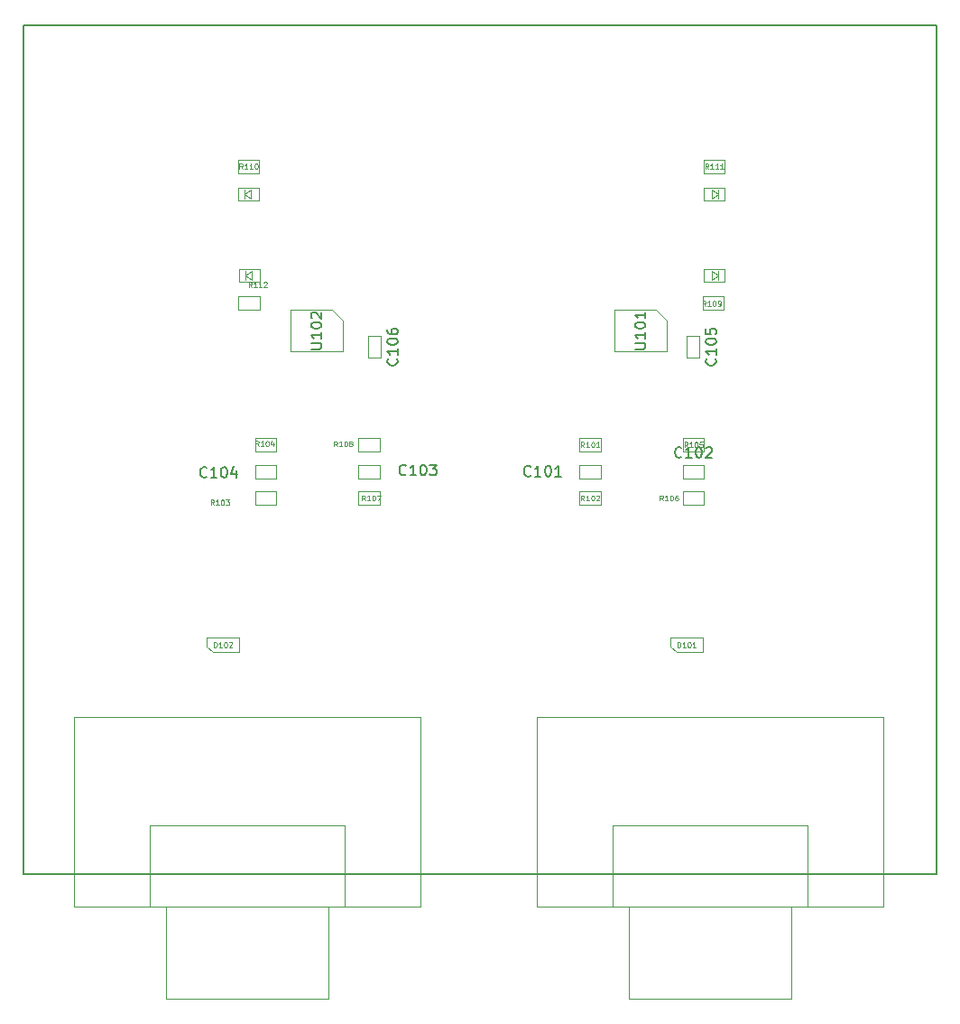
<source format=gbr>
G04 #@! TF.FileFunction,Other,Fab,Top*
%FSLAX46Y46*%
G04 Gerber Fmt 4.6, Leading zero omitted, Abs format (unit mm)*
G04 Created by KiCad (PCBNEW 4.0.7-e2-6376~58~ubuntu16.04.1) date Thu Oct 11 01:20:23 2018*
%MOMM*%
%LPD*%
G01*
G04 APERTURE LIST*
%ADD10C,0.100000*%
%ADD11C,0.150000*%
%ADD12C,0.075000*%
G04 APERTURE END LIST*
D10*
D11*
X151500000Y-133950000D02*
X65800000Y-133950000D01*
X65800000Y-133950000D02*
X65800000Y-54395000D01*
X151500000Y-54395000D02*
X151500000Y-133950000D01*
X65800000Y-54395000D02*
X151500000Y-54395000D01*
D10*
X87950000Y-79830000D02*
X87950000Y-81070000D01*
X85950000Y-79830000D02*
X87950000Y-79830000D01*
X85950000Y-81070000D02*
X85950000Y-79830000D01*
X87950000Y-81070000D02*
X85950000Y-81070000D01*
X129600000Y-68270000D02*
X129600000Y-67030000D01*
X131600000Y-68270000D02*
X129600000Y-68270000D01*
X131600000Y-67030000D02*
X131600000Y-68270000D01*
X129600000Y-67030000D02*
X131600000Y-67030000D01*
X86600000Y-77450000D02*
X86600000Y-78250000D01*
X86600000Y-77850000D02*
X87200000Y-77450000D01*
X87200000Y-78250000D02*
X86600000Y-77850000D01*
X87200000Y-77450000D02*
X87200000Y-78250000D01*
X86000000Y-78470000D02*
X86000000Y-77230000D01*
X88000000Y-78470000D02*
X86000000Y-78470000D01*
X88000000Y-77230000D02*
X88000000Y-78470000D01*
X86000000Y-77230000D02*
X88000000Y-77230000D01*
X131000000Y-70650000D02*
X131000000Y-69850000D01*
X131000000Y-70250000D02*
X130400000Y-70650000D01*
X130400000Y-69850000D02*
X131000000Y-70250000D01*
X130400000Y-70650000D02*
X130400000Y-69850000D01*
X131600000Y-69630000D02*
X131600000Y-70870000D01*
X129600000Y-69630000D02*
X131600000Y-69630000D01*
X129600000Y-70870000D02*
X129600000Y-69630000D01*
X131600000Y-70870000D02*
X129600000Y-70870000D01*
X117950000Y-96870000D02*
X117950000Y-95630000D01*
X119950000Y-96870000D02*
X117950000Y-96870000D01*
X119950000Y-95630000D02*
X119950000Y-96870000D01*
X117950000Y-95630000D02*
X119950000Y-95630000D01*
X127650000Y-96870000D02*
X127650000Y-95630000D01*
X129650000Y-96870000D02*
X127650000Y-96870000D01*
X129650000Y-95630000D02*
X129650000Y-96870000D01*
X127650000Y-95630000D02*
X129650000Y-95630000D01*
X99200000Y-95630000D02*
X99200000Y-96870000D01*
X97200000Y-95630000D02*
X99200000Y-95630000D01*
X97200000Y-96870000D02*
X97200000Y-95630000D01*
X99200000Y-96870000D02*
X97200000Y-96870000D01*
X89500000Y-95630000D02*
X89500000Y-96870000D01*
X87500000Y-95630000D02*
X89500000Y-95630000D01*
X87500000Y-96870000D02*
X87500000Y-95630000D01*
X89500000Y-96870000D02*
X87500000Y-96870000D01*
X127980000Y-83550000D02*
X129220000Y-83550000D01*
X127980000Y-85550000D02*
X127980000Y-83550000D01*
X129220000Y-85550000D02*
X127980000Y-85550000D01*
X129220000Y-83550000D02*
X129220000Y-85550000D01*
X98080000Y-83550000D02*
X99320000Y-83550000D01*
X98080000Y-85550000D02*
X98080000Y-83550000D01*
X99320000Y-85550000D02*
X98080000Y-85550000D01*
X99320000Y-83550000D02*
X99320000Y-85550000D01*
X146470000Y-119290000D02*
X113960000Y-119290000D01*
X113960000Y-119290000D02*
X113960000Y-137070000D01*
X113960000Y-137070000D02*
X146470000Y-137070000D01*
X146470000Y-137070000D02*
X146470000Y-119290000D01*
X139360000Y-137070000D02*
X139360000Y-129450000D01*
X139360000Y-129450000D02*
X121070000Y-129450000D01*
X121070000Y-129450000D02*
X121070000Y-137070000D01*
X137830000Y-137070000D02*
X137830000Y-145710000D01*
X137830000Y-145710000D02*
X122590000Y-145710000D01*
X122590000Y-145710000D02*
X122590000Y-137070000D01*
X103010000Y-119290000D02*
X70500000Y-119290000D01*
X70500000Y-119290000D02*
X70500000Y-137070000D01*
X70500000Y-137070000D02*
X103010000Y-137070000D01*
X103010000Y-137070000D02*
X103010000Y-119290000D01*
X95900000Y-137070000D02*
X95900000Y-129450000D01*
X95900000Y-129450000D02*
X77610000Y-129450000D01*
X77610000Y-129450000D02*
X77610000Y-137070000D01*
X94370000Y-137070000D02*
X94370000Y-145710000D01*
X94370000Y-145710000D02*
X79130000Y-145710000D01*
X79130000Y-145710000D02*
X79130000Y-137070000D01*
X119950000Y-93130000D02*
X119950000Y-94370000D01*
X117950000Y-93130000D02*
X119950000Y-93130000D01*
X117950000Y-94370000D02*
X117950000Y-93130000D01*
X119950000Y-94370000D02*
X117950000Y-94370000D01*
X119950000Y-98130000D02*
X119950000Y-99370000D01*
X117950000Y-98130000D02*
X119950000Y-98130000D01*
X117950000Y-99370000D02*
X117950000Y-98130000D01*
X119950000Y-99370000D02*
X117950000Y-99370000D01*
X89500000Y-98130000D02*
X89500000Y-99370000D01*
X87500000Y-98130000D02*
X89500000Y-98130000D01*
X87500000Y-99370000D02*
X87500000Y-98130000D01*
X89500000Y-99370000D02*
X87500000Y-99370000D01*
X89500000Y-93130000D02*
X89500000Y-94370000D01*
X87500000Y-93130000D02*
X89500000Y-93130000D01*
X87500000Y-94370000D02*
X87500000Y-93130000D01*
X89500000Y-94370000D02*
X87500000Y-94370000D01*
X129650000Y-93130000D02*
X129650000Y-94370000D01*
X127650000Y-93130000D02*
X129650000Y-93130000D01*
X127650000Y-94370000D02*
X127650000Y-93130000D01*
X129650000Y-94370000D02*
X127650000Y-94370000D01*
X129650000Y-98130000D02*
X129650000Y-99370000D01*
X127650000Y-98130000D02*
X129650000Y-98130000D01*
X127650000Y-99370000D02*
X127650000Y-98130000D01*
X129650000Y-99370000D02*
X127650000Y-99370000D01*
X99200000Y-98130000D02*
X99200000Y-99370000D01*
X97200000Y-98130000D02*
X99200000Y-98130000D01*
X97200000Y-99370000D02*
X97200000Y-98130000D01*
X99200000Y-99370000D02*
X97200000Y-99370000D01*
X99200000Y-93130000D02*
X99200000Y-94370000D01*
X97200000Y-93130000D02*
X99200000Y-93130000D01*
X97200000Y-94370000D02*
X97200000Y-93130000D01*
X99200000Y-94370000D02*
X97200000Y-94370000D01*
X126150000Y-82100000D02*
X126150000Y-85000000D01*
X126150000Y-85000000D02*
X121250000Y-85000000D01*
X121250000Y-85000000D02*
X121250000Y-81100000D01*
X121250000Y-81100000D02*
X125150000Y-81100000D01*
X125150000Y-81100000D02*
X126150000Y-82100000D01*
X95750000Y-82100000D02*
X95750000Y-85000000D01*
X95750000Y-85000000D02*
X90850000Y-85000000D01*
X90850000Y-85000000D02*
X90850000Y-81100000D01*
X90850000Y-81100000D02*
X94750000Y-81100000D01*
X94750000Y-81100000D02*
X95750000Y-82100000D01*
X83550000Y-113200000D02*
X86000000Y-113200000D01*
X82980000Y-112650000D02*
X82980000Y-111800000D01*
X83550000Y-113200000D02*
X82980000Y-112650000D01*
X82980000Y-111800000D02*
X86020000Y-111800000D01*
X86020000Y-113200000D02*
X86020000Y-111800000D01*
X127050000Y-113200000D02*
X129500000Y-113200000D01*
X126480000Y-112650000D02*
X126480000Y-111800000D01*
X127050000Y-113200000D02*
X126480000Y-112650000D01*
X126480000Y-111800000D02*
X129520000Y-111800000D01*
X129520000Y-113200000D02*
X129520000Y-111800000D01*
X131000000Y-78250000D02*
X131000000Y-77450000D01*
X131000000Y-77850000D02*
X130400000Y-78250000D01*
X130400000Y-77450000D02*
X131000000Y-77850000D01*
X130400000Y-78250000D02*
X130400000Y-77450000D01*
X131600000Y-77230000D02*
X131600000Y-78470000D01*
X129600000Y-77230000D02*
X131600000Y-77230000D01*
X129600000Y-78470000D02*
X129600000Y-77230000D01*
X131600000Y-78470000D02*
X129600000Y-78470000D01*
X86500000Y-69850000D02*
X86500000Y-70650000D01*
X86500000Y-70250000D02*
X87100000Y-69850000D01*
X87100000Y-70650000D02*
X86500000Y-70250000D01*
X87100000Y-69850000D02*
X87100000Y-70650000D01*
X85900000Y-70870000D02*
X85900000Y-69630000D01*
X87900000Y-70870000D02*
X85900000Y-70870000D01*
X87900000Y-69630000D02*
X87900000Y-70870000D01*
X85900000Y-69630000D02*
X87900000Y-69630000D01*
X129500000Y-81070000D02*
X129500000Y-79830000D01*
X131500000Y-81070000D02*
X129500000Y-81070000D01*
X131500000Y-79830000D02*
X131500000Y-81070000D01*
X129500000Y-79830000D02*
X131500000Y-79830000D01*
X87900000Y-67030000D02*
X87900000Y-68270000D01*
X85900000Y-67030000D02*
X87900000Y-67030000D01*
X85900000Y-68270000D02*
X85900000Y-67030000D01*
X87900000Y-68270000D02*
X85900000Y-68270000D01*
D12*
X87190477Y-78976190D02*
X87023810Y-78738095D01*
X86904763Y-78976190D02*
X86904763Y-78476190D01*
X87095239Y-78476190D01*
X87142858Y-78500000D01*
X87166667Y-78523810D01*
X87190477Y-78571429D01*
X87190477Y-78642857D01*
X87166667Y-78690476D01*
X87142858Y-78714286D01*
X87095239Y-78738095D01*
X86904763Y-78738095D01*
X87666667Y-78976190D02*
X87380953Y-78976190D01*
X87523810Y-78976190D02*
X87523810Y-78476190D01*
X87476191Y-78547619D01*
X87428572Y-78595238D01*
X87380953Y-78619048D01*
X88142857Y-78976190D02*
X87857143Y-78976190D01*
X88000000Y-78976190D02*
X88000000Y-78476190D01*
X87952381Y-78547619D01*
X87904762Y-78595238D01*
X87857143Y-78619048D01*
X88333333Y-78523810D02*
X88357143Y-78500000D01*
X88404762Y-78476190D01*
X88523809Y-78476190D01*
X88571428Y-78500000D01*
X88595238Y-78523810D01*
X88619047Y-78571429D01*
X88619047Y-78619048D01*
X88595238Y-78690476D01*
X88309524Y-78976190D01*
X88619047Y-78976190D01*
X130040477Y-67876190D02*
X129873810Y-67638095D01*
X129754763Y-67876190D02*
X129754763Y-67376190D01*
X129945239Y-67376190D01*
X129992858Y-67400000D01*
X130016667Y-67423810D01*
X130040477Y-67471429D01*
X130040477Y-67542857D01*
X130016667Y-67590476D01*
X129992858Y-67614286D01*
X129945239Y-67638095D01*
X129754763Y-67638095D01*
X130516667Y-67876190D02*
X130230953Y-67876190D01*
X130373810Y-67876190D02*
X130373810Y-67376190D01*
X130326191Y-67447619D01*
X130278572Y-67495238D01*
X130230953Y-67519048D01*
X130992857Y-67876190D02*
X130707143Y-67876190D01*
X130850000Y-67876190D02*
X130850000Y-67376190D01*
X130802381Y-67447619D01*
X130754762Y-67495238D01*
X130707143Y-67519048D01*
X131469047Y-67876190D02*
X131183333Y-67876190D01*
X131326190Y-67876190D02*
X131326190Y-67376190D01*
X131278571Y-67447619D01*
X131230952Y-67495238D01*
X131183333Y-67519048D01*
D11*
X113380953Y-96607143D02*
X113333334Y-96654762D01*
X113190477Y-96702381D01*
X113095239Y-96702381D01*
X112952381Y-96654762D01*
X112857143Y-96559524D01*
X112809524Y-96464286D01*
X112761905Y-96273810D01*
X112761905Y-96130952D01*
X112809524Y-95940476D01*
X112857143Y-95845238D01*
X112952381Y-95750000D01*
X113095239Y-95702381D01*
X113190477Y-95702381D01*
X113333334Y-95750000D01*
X113380953Y-95797619D01*
X114333334Y-96702381D02*
X113761905Y-96702381D01*
X114047619Y-96702381D02*
X114047619Y-95702381D01*
X113952381Y-95845238D01*
X113857143Y-95940476D01*
X113761905Y-95988095D01*
X114952381Y-95702381D02*
X115047620Y-95702381D01*
X115142858Y-95750000D01*
X115190477Y-95797619D01*
X115238096Y-95892857D01*
X115285715Y-96083333D01*
X115285715Y-96321429D01*
X115238096Y-96511905D01*
X115190477Y-96607143D01*
X115142858Y-96654762D01*
X115047620Y-96702381D01*
X114952381Y-96702381D01*
X114857143Y-96654762D01*
X114809524Y-96607143D01*
X114761905Y-96511905D01*
X114714286Y-96321429D01*
X114714286Y-96083333D01*
X114761905Y-95892857D01*
X114809524Y-95797619D01*
X114857143Y-95750000D01*
X114952381Y-95702381D01*
X116238096Y-96702381D02*
X115666667Y-96702381D01*
X115952381Y-96702381D02*
X115952381Y-95702381D01*
X115857143Y-95845238D01*
X115761905Y-95940476D01*
X115666667Y-95988095D01*
X127530953Y-94857143D02*
X127483334Y-94904762D01*
X127340477Y-94952381D01*
X127245239Y-94952381D01*
X127102381Y-94904762D01*
X127007143Y-94809524D01*
X126959524Y-94714286D01*
X126911905Y-94523810D01*
X126911905Y-94380952D01*
X126959524Y-94190476D01*
X127007143Y-94095238D01*
X127102381Y-94000000D01*
X127245239Y-93952381D01*
X127340477Y-93952381D01*
X127483334Y-94000000D01*
X127530953Y-94047619D01*
X128483334Y-94952381D02*
X127911905Y-94952381D01*
X128197619Y-94952381D02*
X128197619Y-93952381D01*
X128102381Y-94095238D01*
X128007143Y-94190476D01*
X127911905Y-94238095D01*
X129102381Y-93952381D02*
X129197620Y-93952381D01*
X129292858Y-94000000D01*
X129340477Y-94047619D01*
X129388096Y-94142857D01*
X129435715Y-94333333D01*
X129435715Y-94571429D01*
X129388096Y-94761905D01*
X129340477Y-94857143D01*
X129292858Y-94904762D01*
X129197620Y-94952381D01*
X129102381Y-94952381D01*
X129007143Y-94904762D01*
X128959524Y-94857143D01*
X128911905Y-94761905D01*
X128864286Y-94571429D01*
X128864286Y-94333333D01*
X128911905Y-94142857D01*
X128959524Y-94047619D01*
X129007143Y-94000000D01*
X129102381Y-93952381D01*
X129816667Y-94047619D02*
X129864286Y-94000000D01*
X129959524Y-93952381D01*
X130197620Y-93952381D01*
X130292858Y-94000000D01*
X130340477Y-94047619D01*
X130388096Y-94142857D01*
X130388096Y-94238095D01*
X130340477Y-94380952D01*
X129769048Y-94952381D01*
X130388096Y-94952381D01*
X101680953Y-96507143D02*
X101633334Y-96554762D01*
X101490477Y-96602381D01*
X101395239Y-96602381D01*
X101252381Y-96554762D01*
X101157143Y-96459524D01*
X101109524Y-96364286D01*
X101061905Y-96173810D01*
X101061905Y-96030952D01*
X101109524Y-95840476D01*
X101157143Y-95745238D01*
X101252381Y-95650000D01*
X101395239Y-95602381D01*
X101490477Y-95602381D01*
X101633334Y-95650000D01*
X101680953Y-95697619D01*
X102633334Y-96602381D02*
X102061905Y-96602381D01*
X102347619Y-96602381D02*
X102347619Y-95602381D01*
X102252381Y-95745238D01*
X102157143Y-95840476D01*
X102061905Y-95888095D01*
X103252381Y-95602381D02*
X103347620Y-95602381D01*
X103442858Y-95650000D01*
X103490477Y-95697619D01*
X103538096Y-95792857D01*
X103585715Y-95983333D01*
X103585715Y-96221429D01*
X103538096Y-96411905D01*
X103490477Y-96507143D01*
X103442858Y-96554762D01*
X103347620Y-96602381D01*
X103252381Y-96602381D01*
X103157143Y-96554762D01*
X103109524Y-96507143D01*
X103061905Y-96411905D01*
X103014286Y-96221429D01*
X103014286Y-95983333D01*
X103061905Y-95792857D01*
X103109524Y-95697619D01*
X103157143Y-95650000D01*
X103252381Y-95602381D01*
X103919048Y-95602381D02*
X104538096Y-95602381D01*
X104204762Y-95983333D01*
X104347620Y-95983333D01*
X104442858Y-96030952D01*
X104490477Y-96078571D01*
X104538096Y-96173810D01*
X104538096Y-96411905D01*
X104490477Y-96507143D01*
X104442858Y-96554762D01*
X104347620Y-96602381D01*
X104061905Y-96602381D01*
X103966667Y-96554762D01*
X103919048Y-96507143D01*
X82980953Y-96707143D02*
X82933334Y-96754762D01*
X82790477Y-96802381D01*
X82695239Y-96802381D01*
X82552381Y-96754762D01*
X82457143Y-96659524D01*
X82409524Y-96564286D01*
X82361905Y-96373810D01*
X82361905Y-96230952D01*
X82409524Y-96040476D01*
X82457143Y-95945238D01*
X82552381Y-95850000D01*
X82695239Y-95802381D01*
X82790477Y-95802381D01*
X82933334Y-95850000D01*
X82980953Y-95897619D01*
X83933334Y-96802381D02*
X83361905Y-96802381D01*
X83647619Y-96802381D02*
X83647619Y-95802381D01*
X83552381Y-95945238D01*
X83457143Y-96040476D01*
X83361905Y-96088095D01*
X84552381Y-95802381D02*
X84647620Y-95802381D01*
X84742858Y-95850000D01*
X84790477Y-95897619D01*
X84838096Y-95992857D01*
X84885715Y-96183333D01*
X84885715Y-96421429D01*
X84838096Y-96611905D01*
X84790477Y-96707143D01*
X84742858Y-96754762D01*
X84647620Y-96802381D01*
X84552381Y-96802381D01*
X84457143Y-96754762D01*
X84409524Y-96707143D01*
X84361905Y-96611905D01*
X84314286Y-96421429D01*
X84314286Y-96183333D01*
X84361905Y-95992857D01*
X84409524Y-95897619D01*
X84457143Y-95850000D01*
X84552381Y-95802381D01*
X85742858Y-96135714D02*
X85742858Y-96802381D01*
X85504762Y-95754762D02*
X85266667Y-96469048D01*
X85885715Y-96469048D01*
X130707143Y-85669047D02*
X130754762Y-85716666D01*
X130802381Y-85859523D01*
X130802381Y-85954761D01*
X130754762Y-86097619D01*
X130659524Y-86192857D01*
X130564286Y-86240476D01*
X130373810Y-86288095D01*
X130230952Y-86288095D01*
X130040476Y-86240476D01*
X129945238Y-86192857D01*
X129850000Y-86097619D01*
X129802381Y-85954761D01*
X129802381Y-85859523D01*
X129850000Y-85716666D01*
X129897619Y-85669047D01*
X130802381Y-84716666D02*
X130802381Y-85288095D01*
X130802381Y-85002381D02*
X129802381Y-85002381D01*
X129945238Y-85097619D01*
X130040476Y-85192857D01*
X130088095Y-85288095D01*
X129802381Y-84097619D02*
X129802381Y-84002380D01*
X129850000Y-83907142D01*
X129897619Y-83859523D01*
X129992857Y-83811904D01*
X130183333Y-83764285D01*
X130421429Y-83764285D01*
X130611905Y-83811904D01*
X130707143Y-83859523D01*
X130754762Y-83907142D01*
X130802381Y-84002380D01*
X130802381Y-84097619D01*
X130754762Y-84192857D01*
X130707143Y-84240476D01*
X130611905Y-84288095D01*
X130421429Y-84335714D01*
X130183333Y-84335714D01*
X129992857Y-84288095D01*
X129897619Y-84240476D01*
X129850000Y-84192857D01*
X129802381Y-84097619D01*
X129802381Y-82859523D02*
X129802381Y-83335714D01*
X130278571Y-83383333D01*
X130230952Y-83335714D01*
X130183333Y-83240476D01*
X130183333Y-83002380D01*
X130230952Y-82907142D01*
X130278571Y-82859523D01*
X130373810Y-82811904D01*
X130611905Y-82811904D01*
X130707143Y-82859523D01*
X130754762Y-82907142D01*
X130802381Y-83002380D01*
X130802381Y-83240476D01*
X130754762Y-83335714D01*
X130707143Y-83383333D01*
X100807143Y-85669047D02*
X100854762Y-85716666D01*
X100902381Y-85859523D01*
X100902381Y-85954761D01*
X100854762Y-86097619D01*
X100759524Y-86192857D01*
X100664286Y-86240476D01*
X100473810Y-86288095D01*
X100330952Y-86288095D01*
X100140476Y-86240476D01*
X100045238Y-86192857D01*
X99950000Y-86097619D01*
X99902381Y-85954761D01*
X99902381Y-85859523D01*
X99950000Y-85716666D01*
X99997619Y-85669047D01*
X100902381Y-84716666D02*
X100902381Y-85288095D01*
X100902381Y-85002381D02*
X99902381Y-85002381D01*
X100045238Y-85097619D01*
X100140476Y-85192857D01*
X100188095Y-85288095D01*
X99902381Y-84097619D02*
X99902381Y-84002380D01*
X99950000Y-83907142D01*
X99997619Y-83859523D01*
X100092857Y-83811904D01*
X100283333Y-83764285D01*
X100521429Y-83764285D01*
X100711905Y-83811904D01*
X100807143Y-83859523D01*
X100854762Y-83907142D01*
X100902381Y-84002380D01*
X100902381Y-84097619D01*
X100854762Y-84192857D01*
X100807143Y-84240476D01*
X100711905Y-84288095D01*
X100521429Y-84335714D01*
X100283333Y-84335714D01*
X100092857Y-84288095D01*
X99997619Y-84240476D01*
X99950000Y-84192857D01*
X99902381Y-84097619D01*
X99902381Y-82907142D02*
X99902381Y-83097619D01*
X99950000Y-83192857D01*
X99997619Y-83240476D01*
X100140476Y-83335714D01*
X100330952Y-83383333D01*
X100711905Y-83383333D01*
X100807143Y-83335714D01*
X100854762Y-83288095D01*
X100902381Y-83192857D01*
X100902381Y-83002380D01*
X100854762Y-82907142D01*
X100807143Y-82859523D01*
X100711905Y-82811904D01*
X100473810Y-82811904D01*
X100378571Y-82859523D01*
X100330952Y-82907142D01*
X100283333Y-83002380D01*
X100283333Y-83192857D01*
X100330952Y-83288095D01*
X100378571Y-83335714D01*
X100473810Y-83383333D01*
D12*
X118390477Y-93976190D02*
X118223810Y-93738095D01*
X118104763Y-93976190D02*
X118104763Y-93476190D01*
X118295239Y-93476190D01*
X118342858Y-93500000D01*
X118366667Y-93523810D01*
X118390477Y-93571429D01*
X118390477Y-93642857D01*
X118366667Y-93690476D01*
X118342858Y-93714286D01*
X118295239Y-93738095D01*
X118104763Y-93738095D01*
X118866667Y-93976190D02*
X118580953Y-93976190D01*
X118723810Y-93976190D02*
X118723810Y-93476190D01*
X118676191Y-93547619D01*
X118628572Y-93595238D01*
X118580953Y-93619048D01*
X119176191Y-93476190D02*
X119223810Y-93476190D01*
X119271429Y-93500000D01*
X119295238Y-93523810D01*
X119319048Y-93571429D01*
X119342857Y-93666667D01*
X119342857Y-93785714D01*
X119319048Y-93880952D01*
X119295238Y-93928571D01*
X119271429Y-93952381D01*
X119223810Y-93976190D01*
X119176191Y-93976190D01*
X119128572Y-93952381D01*
X119104762Y-93928571D01*
X119080953Y-93880952D01*
X119057143Y-93785714D01*
X119057143Y-93666667D01*
X119080953Y-93571429D01*
X119104762Y-93523810D01*
X119128572Y-93500000D01*
X119176191Y-93476190D01*
X119819047Y-93976190D02*
X119533333Y-93976190D01*
X119676190Y-93976190D02*
X119676190Y-93476190D01*
X119628571Y-93547619D01*
X119580952Y-93595238D01*
X119533333Y-93619048D01*
X118390477Y-98976190D02*
X118223810Y-98738095D01*
X118104763Y-98976190D02*
X118104763Y-98476190D01*
X118295239Y-98476190D01*
X118342858Y-98500000D01*
X118366667Y-98523810D01*
X118390477Y-98571429D01*
X118390477Y-98642857D01*
X118366667Y-98690476D01*
X118342858Y-98714286D01*
X118295239Y-98738095D01*
X118104763Y-98738095D01*
X118866667Y-98976190D02*
X118580953Y-98976190D01*
X118723810Y-98976190D02*
X118723810Y-98476190D01*
X118676191Y-98547619D01*
X118628572Y-98595238D01*
X118580953Y-98619048D01*
X119176191Y-98476190D02*
X119223810Y-98476190D01*
X119271429Y-98500000D01*
X119295238Y-98523810D01*
X119319048Y-98571429D01*
X119342857Y-98666667D01*
X119342857Y-98785714D01*
X119319048Y-98880952D01*
X119295238Y-98928571D01*
X119271429Y-98952381D01*
X119223810Y-98976190D01*
X119176191Y-98976190D01*
X119128572Y-98952381D01*
X119104762Y-98928571D01*
X119080953Y-98880952D01*
X119057143Y-98785714D01*
X119057143Y-98666667D01*
X119080953Y-98571429D01*
X119104762Y-98523810D01*
X119128572Y-98500000D01*
X119176191Y-98476190D01*
X119533333Y-98523810D02*
X119557143Y-98500000D01*
X119604762Y-98476190D01*
X119723809Y-98476190D01*
X119771428Y-98500000D01*
X119795238Y-98523810D01*
X119819047Y-98571429D01*
X119819047Y-98619048D01*
X119795238Y-98690476D01*
X119509524Y-98976190D01*
X119819047Y-98976190D01*
X83640477Y-99376190D02*
X83473810Y-99138095D01*
X83354763Y-99376190D02*
X83354763Y-98876190D01*
X83545239Y-98876190D01*
X83592858Y-98900000D01*
X83616667Y-98923810D01*
X83640477Y-98971429D01*
X83640477Y-99042857D01*
X83616667Y-99090476D01*
X83592858Y-99114286D01*
X83545239Y-99138095D01*
X83354763Y-99138095D01*
X84116667Y-99376190D02*
X83830953Y-99376190D01*
X83973810Y-99376190D02*
X83973810Y-98876190D01*
X83926191Y-98947619D01*
X83878572Y-98995238D01*
X83830953Y-99019048D01*
X84426191Y-98876190D02*
X84473810Y-98876190D01*
X84521429Y-98900000D01*
X84545238Y-98923810D01*
X84569048Y-98971429D01*
X84592857Y-99066667D01*
X84592857Y-99185714D01*
X84569048Y-99280952D01*
X84545238Y-99328571D01*
X84521429Y-99352381D01*
X84473810Y-99376190D01*
X84426191Y-99376190D01*
X84378572Y-99352381D01*
X84354762Y-99328571D01*
X84330953Y-99280952D01*
X84307143Y-99185714D01*
X84307143Y-99066667D01*
X84330953Y-98971429D01*
X84354762Y-98923810D01*
X84378572Y-98900000D01*
X84426191Y-98876190D01*
X84759524Y-98876190D02*
X85069047Y-98876190D01*
X84902381Y-99066667D01*
X84973809Y-99066667D01*
X85021428Y-99090476D01*
X85045238Y-99114286D01*
X85069047Y-99161905D01*
X85069047Y-99280952D01*
X85045238Y-99328571D01*
X85021428Y-99352381D01*
X84973809Y-99376190D01*
X84830952Y-99376190D01*
X84783333Y-99352381D01*
X84759524Y-99328571D01*
X87840477Y-93876190D02*
X87673810Y-93638095D01*
X87554763Y-93876190D02*
X87554763Y-93376190D01*
X87745239Y-93376190D01*
X87792858Y-93400000D01*
X87816667Y-93423810D01*
X87840477Y-93471429D01*
X87840477Y-93542857D01*
X87816667Y-93590476D01*
X87792858Y-93614286D01*
X87745239Y-93638095D01*
X87554763Y-93638095D01*
X88316667Y-93876190D02*
X88030953Y-93876190D01*
X88173810Y-93876190D02*
X88173810Y-93376190D01*
X88126191Y-93447619D01*
X88078572Y-93495238D01*
X88030953Y-93519048D01*
X88626191Y-93376190D02*
X88673810Y-93376190D01*
X88721429Y-93400000D01*
X88745238Y-93423810D01*
X88769048Y-93471429D01*
X88792857Y-93566667D01*
X88792857Y-93685714D01*
X88769048Y-93780952D01*
X88745238Y-93828571D01*
X88721429Y-93852381D01*
X88673810Y-93876190D01*
X88626191Y-93876190D01*
X88578572Y-93852381D01*
X88554762Y-93828571D01*
X88530953Y-93780952D01*
X88507143Y-93685714D01*
X88507143Y-93566667D01*
X88530953Y-93471429D01*
X88554762Y-93423810D01*
X88578572Y-93400000D01*
X88626191Y-93376190D01*
X89221428Y-93542857D02*
X89221428Y-93876190D01*
X89102381Y-93352381D02*
X88983333Y-93709524D01*
X89292857Y-93709524D01*
X128090477Y-93976190D02*
X127923810Y-93738095D01*
X127804763Y-93976190D02*
X127804763Y-93476190D01*
X127995239Y-93476190D01*
X128042858Y-93500000D01*
X128066667Y-93523810D01*
X128090477Y-93571429D01*
X128090477Y-93642857D01*
X128066667Y-93690476D01*
X128042858Y-93714286D01*
X127995239Y-93738095D01*
X127804763Y-93738095D01*
X128566667Y-93976190D02*
X128280953Y-93976190D01*
X128423810Y-93976190D02*
X128423810Y-93476190D01*
X128376191Y-93547619D01*
X128328572Y-93595238D01*
X128280953Y-93619048D01*
X128876191Y-93476190D02*
X128923810Y-93476190D01*
X128971429Y-93500000D01*
X128995238Y-93523810D01*
X129019048Y-93571429D01*
X129042857Y-93666667D01*
X129042857Y-93785714D01*
X129019048Y-93880952D01*
X128995238Y-93928571D01*
X128971429Y-93952381D01*
X128923810Y-93976190D01*
X128876191Y-93976190D01*
X128828572Y-93952381D01*
X128804762Y-93928571D01*
X128780953Y-93880952D01*
X128757143Y-93785714D01*
X128757143Y-93666667D01*
X128780953Y-93571429D01*
X128804762Y-93523810D01*
X128828572Y-93500000D01*
X128876191Y-93476190D01*
X129495238Y-93476190D02*
X129257143Y-93476190D01*
X129233333Y-93714286D01*
X129257143Y-93690476D01*
X129304762Y-93666667D01*
X129423809Y-93666667D01*
X129471428Y-93690476D01*
X129495238Y-93714286D01*
X129519047Y-93761905D01*
X129519047Y-93880952D01*
X129495238Y-93928571D01*
X129471428Y-93952381D01*
X129423809Y-93976190D01*
X129304762Y-93976190D01*
X129257143Y-93952381D01*
X129233333Y-93928571D01*
X125790477Y-98976190D02*
X125623810Y-98738095D01*
X125504763Y-98976190D02*
X125504763Y-98476190D01*
X125695239Y-98476190D01*
X125742858Y-98500000D01*
X125766667Y-98523810D01*
X125790477Y-98571429D01*
X125790477Y-98642857D01*
X125766667Y-98690476D01*
X125742858Y-98714286D01*
X125695239Y-98738095D01*
X125504763Y-98738095D01*
X126266667Y-98976190D02*
X125980953Y-98976190D01*
X126123810Y-98976190D02*
X126123810Y-98476190D01*
X126076191Y-98547619D01*
X126028572Y-98595238D01*
X125980953Y-98619048D01*
X126576191Y-98476190D02*
X126623810Y-98476190D01*
X126671429Y-98500000D01*
X126695238Y-98523810D01*
X126719048Y-98571429D01*
X126742857Y-98666667D01*
X126742857Y-98785714D01*
X126719048Y-98880952D01*
X126695238Y-98928571D01*
X126671429Y-98952381D01*
X126623810Y-98976190D01*
X126576191Y-98976190D01*
X126528572Y-98952381D01*
X126504762Y-98928571D01*
X126480953Y-98880952D01*
X126457143Y-98785714D01*
X126457143Y-98666667D01*
X126480953Y-98571429D01*
X126504762Y-98523810D01*
X126528572Y-98500000D01*
X126576191Y-98476190D01*
X127171428Y-98476190D02*
X127076190Y-98476190D01*
X127028571Y-98500000D01*
X127004762Y-98523810D01*
X126957143Y-98595238D01*
X126933333Y-98690476D01*
X126933333Y-98880952D01*
X126957143Y-98928571D01*
X126980952Y-98952381D01*
X127028571Y-98976190D01*
X127123809Y-98976190D01*
X127171428Y-98952381D01*
X127195238Y-98928571D01*
X127219047Y-98880952D01*
X127219047Y-98761905D01*
X127195238Y-98714286D01*
X127171428Y-98690476D01*
X127123809Y-98666667D01*
X127028571Y-98666667D01*
X126980952Y-98690476D01*
X126957143Y-98714286D01*
X126933333Y-98761905D01*
X97840477Y-98976190D02*
X97673810Y-98738095D01*
X97554763Y-98976190D02*
X97554763Y-98476190D01*
X97745239Y-98476190D01*
X97792858Y-98500000D01*
X97816667Y-98523810D01*
X97840477Y-98571429D01*
X97840477Y-98642857D01*
X97816667Y-98690476D01*
X97792858Y-98714286D01*
X97745239Y-98738095D01*
X97554763Y-98738095D01*
X98316667Y-98976190D02*
X98030953Y-98976190D01*
X98173810Y-98976190D02*
X98173810Y-98476190D01*
X98126191Y-98547619D01*
X98078572Y-98595238D01*
X98030953Y-98619048D01*
X98626191Y-98476190D02*
X98673810Y-98476190D01*
X98721429Y-98500000D01*
X98745238Y-98523810D01*
X98769048Y-98571429D01*
X98792857Y-98666667D01*
X98792857Y-98785714D01*
X98769048Y-98880952D01*
X98745238Y-98928571D01*
X98721429Y-98952381D01*
X98673810Y-98976190D01*
X98626191Y-98976190D01*
X98578572Y-98952381D01*
X98554762Y-98928571D01*
X98530953Y-98880952D01*
X98507143Y-98785714D01*
X98507143Y-98666667D01*
X98530953Y-98571429D01*
X98554762Y-98523810D01*
X98578572Y-98500000D01*
X98626191Y-98476190D01*
X98959524Y-98476190D02*
X99292857Y-98476190D01*
X99078571Y-98976190D01*
X95215477Y-93901190D02*
X95048810Y-93663095D01*
X94929763Y-93901190D02*
X94929763Y-93401190D01*
X95120239Y-93401190D01*
X95167858Y-93425000D01*
X95191667Y-93448810D01*
X95215477Y-93496429D01*
X95215477Y-93567857D01*
X95191667Y-93615476D01*
X95167858Y-93639286D01*
X95120239Y-93663095D01*
X94929763Y-93663095D01*
X95691667Y-93901190D02*
X95405953Y-93901190D01*
X95548810Y-93901190D02*
X95548810Y-93401190D01*
X95501191Y-93472619D01*
X95453572Y-93520238D01*
X95405953Y-93544048D01*
X96001191Y-93401190D02*
X96048810Y-93401190D01*
X96096429Y-93425000D01*
X96120238Y-93448810D01*
X96144048Y-93496429D01*
X96167857Y-93591667D01*
X96167857Y-93710714D01*
X96144048Y-93805952D01*
X96120238Y-93853571D01*
X96096429Y-93877381D01*
X96048810Y-93901190D01*
X96001191Y-93901190D01*
X95953572Y-93877381D01*
X95929762Y-93853571D01*
X95905953Y-93805952D01*
X95882143Y-93710714D01*
X95882143Y-93591667D01*
X95905953Y-93496429D01*
X95929762Y-93448810D01*
X95953572Y-93425000D01*
X96001191Y-93401190D01*
X96453571Y-93615476D02*
X96405952Y-93591667D01*
X96382143Y-93567857D01*
X96358333Y-93520238D01*
X96358333Y-93496429D01*
X96382143Y-93448810D01*
X96405952Y-93425000D01*
X96453571Y-93401190D01*
X96548809Y-93401190D01*
X96596428Y-93425000D01*
X96620238Y-93448810D01*
X96644047Y-93496429D01*
X96644047Y-93520238D01*
X96620238Y-93567857D01*
X96596428Y-93591667D01*
X96548809Y-93615476D01*
X96453571Y-93615476D01*
X96405952Y-93639286D01*
X96382143Y-93663095D01*
X96358333Y-93710714D01*
X96358333Y-93805952D01*
X96382143Y-93853571D01*
X96405952Y-93877381D01*
X96453571Y-93901190D01*
X96548809Y-93901190D01*
X96596428Y-93877381D01*
X96620238Y-93853571D01*
X96644047Y-93805952D01*
X96644047Y-93710714D01*
X96620238Y-93663095D01*
X96596428Y-93639286D01*
X96548809Y-93615476D01*
D11*
X123152381Y-84764286D02*
X123961905Y-84764286D01*
X124057143Y-84716667D01*
X124104762Y-84669048D01*
X124152381Y-84573810D01*
X124152381Y-84383333D01*
X124104762Y-84288095D01*
X124057143Y-84240476D01*
X123961905Y-84192857D01*
X123152381Y-84192857D01*
X124152381Y-83192857D02*
X124152381Y-83764286D01*
X124152381Y-83478572D02*
X123152381Y-83478572D01*
X123295238Y-83573810D01*
X123390476Y-83669048D01*
X123438095Y-83764286D01*
X123152381Y-82573810D02*
X123152381Y-82478571D01*
X123200000Y-82383333D01*
X123247619Y-82335714D01*
X123342857Y-82288095D01*
X123533333Y-82240476D01*
X123771429Y-82240476D01*
X123961905Y-82288095D01*
X124057143Y-82335714D01*
X124104762Y-82383333D01*
X124152381Y-82478571D01*
X124152381Y-82573810D01*
X124104762Y-82669048D01*
X124057143Y-82716667D01*
X123961905Y-82764286D01*
X123771429Y-82811905D01*
X123533333Y-82811905D01*
X123342857Y-82764286D01*
X123247619Y-82716667D01*
X123200000Y-82669048D01*
X123152381Y-82573810D01*
X124152381Y-81288095D02*
X124152381Y-81859524D01*
X124152381Y-81573810D02*
X123152381Y-81573810D01*
X123295238Y-81669048D01*
X123390476Y-81764286D01*
X123438095Y-81859524D01*
X92752381Y-84764286D02*
X93561905Y-84764286D01*
X93657143Y-84716667D01*
X93704762Y-84669048D01*
X93752381Y-84573810D01*
X93752381Y-84383333D01*
X93704762Y-84288095D01*
X93657143Y-84240476D01*
X93561905Y-84192857D01*
X92752381Y-84192857D01*
X93752381Y-83192857D02*
X93752381Y-83764286D01*
X93752381Y-83478572D02*
X92752381Y-83478572D01*
X92895238Y-83573810D01*
X92990476Y-83669048D01*
X93038095Y-83764286D01*
X92752381Y-82573810D02*
X92752381Y-82478571D01*
X92800000Y-82383333D01*
X92847619Y-82335714D01*
X92942857Y-82288095D01*
X93133333Y-82240476D01*
X93371429Y-82240476D01*
X93561905Y-82288095D01*
X93657143Y-82335714D01*
X93704762Y-82383333D01*
X93752381Y-82478571D01*
X93752381Y-82573810D01*
X93704762Y-82669048D01*
X93657143Y-82716667D01*
X93561905Y-82764286D01*
X93371429Y-82811905D01*
X93133333Y-82811905D01*
X92942857Y-82764286D01*
X92847619Y-82716667D01*
X92800000Y-82669048D01*
X92752381Y-82573810D01*
X92847619Y-81859524D02*
X92800000Y-81811905D01*
X92752381Y-81716667D01*
X92752381Y-81478571D01*
X92800000Y-81383333D01*
X92847619Y-81335714D01*
X92942857Y-81288095D01*
X93038095Y-81288095D01*
X93180952Y-81335714D01*
X93752381Y-81907143D01*
X93752381Y-81288095D01*
D12*
X83654763Y-112726190D02*
X83654763Y-112226190D01*
X83773810Y-112226190D01*
X83845239Y-112250000D01*
X83892858Y-112297619D01*
X83916667Y-112345238D01*
X83940477Y-112440476D01*
X83940477Y-112511905D01*
X83916667Y-112607143D01*
X83892858Y-112654762D01*
X83845239Y-112702381D01*
X83773810Y-112726190D01*
X83654763Y-112726190D01*
X84416667Y-112726190D02*
X84130953Y-112726190D01*
X84273810Y-112726190D02*
X84273810Y-112226190D01*
X84226191Y-112297619D01*
X84178572Y-112345238D01*
X84130953Y-112369048D01*
X84726191Y-112226190D02*
X84773810Y-112226190D01*
X84821429Y-112250000D01*
X84845238Y-112273810D01*
X84869048Y-112321429D01*
X84892857Y-112416667D01*
X84892857Y-112535714D01*
X84869048Y-112630952D01*
X84845238Y-112678571D01*
X84821429Y-112702381D01*
X84773810Y-112726190D01*
X84726191Y-112726190D01*
X84678572Y-112702381D01*
X84654762Y-112678571D01*
X84630953Y-112630952D01*
X84607143Y-112535714D01*
X84607143Y-112416667D01*
X84630953Y-112321429D01*
X84654762Y-112273810D01*
X84678572Y-112250000D01*
X84726191Y-112226190D01*
X85083333Y-112273810D02*
X85107143Y-112250000D01*
X85154762Y-112226190D01*
X85273809Y-112226190D01*
X85321428Y-112250000D01*
X85345238Y-112273810D01*
X85369047Y-112321429D01*
X85369047Y-112369048D01*
X85345238Y-112440476D01*
X85059524Y-112726190D01*
X85369047Y-112726190D01*
X127154763Y-112726190D02*
X127154763Y-112226190D01*
X127273810Y-112226190D01*
X127345239Y-112250000D01*
X127392858Y-112297619D01*
X127416667Y-112345238D01*
X127440477Y-112440476D01*
X127440477Y-112511905D01*
X127416667Y-112607143D01*
X127392858Y-112654762D01*
X127345239Y-112702381D01*
X127273810Y-112726190D01*
X127154763Y-112726190D01*
X127916667Y-112726190D02*
X127630953Y-112726190D01*
X127773810Y-112726190D02*
X127773810Y-112226190D01*
X127726191Y-112297619D01*
X127678572Y-112345238D01*
X127630953Y-112369048D01*
X128226191Y-112226190D02*
X128273810Y-112226190D01*
X128321429Y-112250000D01*
X128345238Y-112273810D01*
X128369048Y-112321429D01*
X128392857Y-112416667D01*
X128392857Y-112535714D01*
X128369048Y-112630952D01*
X128345238Y-112678571D01*
X128321429Y-112702381D01*
X128273810Y-112726190D01*
X128226191Y-112726190D01*
X128178572Y-112702381D01*
X128154762Y-112678571D01*
X128130953Y-112630952D01*
X128107143Y-112535714D01*
X128107143Y-112416667D01*
X128130953Y-112321429D01*
X128154762Y-112273810D01*
X128178572Y-112250000D01*
X128226191Y-112226190D01*
X128869047Y-112726190D02*
X128583333Y-112726190D01*
X128726190Y-112726190D02*
X128726190Y-112226190D01*
X128678571Y-112297619D01*
X128630952Y-112345238D01*
X128583333Y-112369048D01*
X129787977Y-80731189D02*
X129621310Y-80493094D01*
X129502263Y-80731189D02*
X129502263Y-80231189D01*
X129692739Y-80231189D01*
X129740358Y-80254999D01*
X129764167Y-80278809D01*
X129787977Y-80326428D01*
X129787977Y-80397856D01*
X129764167Y-80445475D01*
X129740358Y-80469285D01*
X129692739Y-80493094D01*
X129502263Y-80493094D01*
X130264167Y-80731189D02*
X129978453Y-80731189D01*
X130121310Y-80731189D02*
X130121310Y-80231189D01*
X130073691Y-80302618D01*
X130026072Y-80350237D01*
X129978453Y-80374047D01*
X130573691Y-80231189D02*
X130621310Y-80231189D01*
X130668929Y-80254999D01*
X130692738Y-80278809D01*
X130716548Y-80326428D01*
X130740357Y-80421666D01*
X130740357Y-80540713D01*
X130716548Y-80635951D01*
X130692738Y-80683570D01*
X130668929Y-80707380D01*
X130621310Y-80731189D01*
X130573691Y-80731189D01*
X130526072Y-80707380D01*
X130502262Y-80683570D01*
X130478453Y-80635951D01*
X130454643Y-80540713D01*
X130454643Y-80421666D01*
X130478453Y-80326428D01*
X130502262Y-80278809D01*
X130526072Y-80254999D01*
X130573691Y-80231189D01*
X130978452Y-80731189D02*
X131073690Y-80731189D01*
X131121309Y-80707380D01*
X131145119Y-80683570D01*
X131192738Y-80612142D01*
X131216547Y-80516904D01*
X131216547Y-80326428D01*
X131192738Y-80278809D01*
X131168928Y-80254999D01*
X131121309Y-80231189D01*
X131026071Y-80231189D01*
X130978452Y-80254999D01*
X130954643Y-80278809D01*
X130930833Y-80326428D01*
X130930833Y-80445475D01*
X130954643Y-80493094D01*
X130978452Y-80516904D01*
X131026071Y-80540713D01*
X131121309Y-80540713D01*
X131168928Y-80516904D01*
X131192738Y-80493094D01*
X131216547Y-80445475D01*
X86340477Y-67876190D02*
X86173810Y-67638095D01*
X86054763Y-67876190D02*
X86054763Y-67376190D01*
X86245239Y-67376190D01*
X86292858Y-67400000D01*
X86316667Y-67423810D01*
X86340477Y-67471429D01*
X86340477Y-67542857D01*
X86316667Y-67590476D01*
X86292858Y-67614286D01*
X86245239Y-67638095D01*
X86054763Y-67638095D01*
X86816667Y-67876190D02*
X86530953Y-67876190D01*
X86673810Y-67876190D02*
X86673810Y-67376190D01*
X86626191Y-67447619D01*
X86578572Y-67495238D01*
X86530953Y-67519048D01*
X87292857Y-67876190D02*
X87007143Y-67876190D01*
X87150000Y-67876190D02*
X87150000Y-67376190D01*
X87102381Y-67447619D01*
X87054762Y-67495238D01*
X87007143Y-67519048D01*
X87602381Y-67376190D02*
X87650000Y-67376190D01*
X87697619Y-67400000D01*
X87721428Y-67423810D01*
X87745238Y-67471429D01*
X87769047Y-67566667D01*
X87769047Y-67685714D01*
X87745238Y-67780952D01*
X87721428Y-67828571D01*
X87697619Y-67852381D01*
X87650000Y-67876190D01*
X87602381Y-67876190D01*
X87554762Y-67852381D01*
X87530952Y-67828571D01*
X87507143Y-67780952D01*
X87483333Y-67685714D01*
X87483333Y-67566667D01*
X87507143Y-67471429D01*
X87530952Y-67423810D01*
X87554762Y-67400000D01*
X87602381Y-67376190D01*
M02*

</source>
